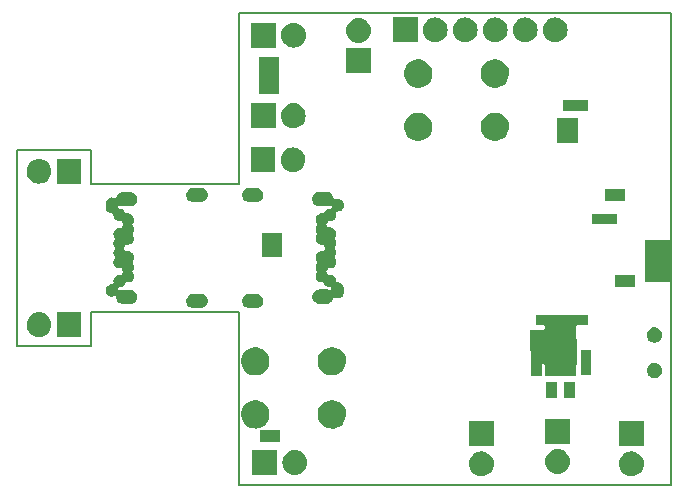
<source format=gbr>
%TF.GenerationSoftware,KiCad,Pcbnew,4.0.7*%
%TF.CreationDate,2019-04-11T13:09:23-05:00*%
%TF.ProjectId,GolfGloveMainBoardV1.0.0,476F6C66476C6F76654D61696E426F61,rev?*%
%TF.FileFunction,Soldermask,Bot*%
%FSLAX46Y46*%
G04 Gerber Fmt 4.6, Leading zero omitted, Abs format (unit mm)*
G04 Created by KiCad (PCBNEW 4.0.7) date 04/11/19 13:09:23*
%MOMM*%
%LPD*%
G01*
G04 APERTURE LIST*
%ADD10C,0.100000*%
%ADD11C,0.150000*%
G04 APERTURE END LIST*
D10*
D11*
X148925000Y-151345000D02*
X148925000Y-151355000D01*
X112365000Y-151345000D02*
X148925000Y-151345000D01*
X112365000Y-136675000D02*
X112365000Y-151345000D01*
X99805000Y-136675000D02*
X112365000Y-136675000D01*
X99805000Y-139585000D02*
X99805000Y-136675000D01*
X93605000Y-139585000D02*
X99805000Y-139585000D01*
X93605000Y-122935000D02*
X93605000Y-139585000D01*
X99805000Y-122935000D02*
X93605000Y-122935000D01*
X99805000Y-125835000D02*
X99805000Y-122935000D01*
X112375000Y-125835000D02*
X99805000Y-125835000D01*
X112375000Y-111355000D02*
X112375000Y-125835000D01*
X148925000Y-111355000D02*
X112375000Y-111355000D01*
X148925000Y-151345000D02*
X148925000Y-111355000D01*
D10*
G36*
X145614666Y-148490066D02*
X145614673Y-148490067D01*
X145619741Y-148490102D01*
X145823388Y-148512945D01*
X146018720Y-148574908D01*
X146198296Y-148673631D01*
X146355277Y-148805353D01*
X146483684Y-148965059D01*
X146578624Y-149146663D01*
X146636483Y-149343250D01*
X146636491Y-149343334D01*
X146636498Y-149343359D01*
X146655060Y-149547330D01*
X146633652Y-149751009D01*
X146633646Y-149751029D01*
X146633635Y-149751132D01*
X146573037Y-149946891D01*
X146475570Y-150127153D01*
X146344947Y-150285049D01*
X146186142Y-150414567D01*
X146005205Y-150510773D01*
X145809027Y-150570003D01*
X145605081Y-150590000D01*
X145594763Y-150590000D01*
X145585334Y-150589934D01*
X145585327Y-150589933D01*
X145580259Y-150589898D01*
X145376612Y-150567055D01*
X145181280Y-150505092D01*
X145001704Y-150406369D01*
X144844723Y-150274647D01*
X144716316Y-150114941D01*
X144621376Y-149933337D01*
X144563517Y-149736750D01*
X144563509Y-149736666D01*
X144563502Y-149736641D01*
X144544940Y-149532670D01*
X144566348Y-149328991D01*
X144566354Y-149328971D01*
X144566365Y-149328868D01*
X144626963Y-149133109D01*
X144724430Y-148952847D01*
X144855053Y-148794951D01*
X145013858Y-148665433D01*
X145194795Y-148569227D01*
X145390973Y-148509997D01*
X145594919Y-148490000D01*
X145605237Y-148490000D01*
X145614666Y-148490066D01*
X145614666Y-148490066D01*
G37*
G36*
X132914666Y-148490066D02*
X132914673Y-148490067D01*
X132919741Y-148490102D01*
X133123388Y-148512945D01*
X133318720Y-148574908D01*
X133498296Y-148673631D01*
X133655277Y-148805353D01*
X133783684Y-148965059D01*
X133878624Y-149146663D01*
X133936483Y-149343250D01*
X133936491Y-149343334D01*
X133936498Y-149343359D01*
X133955060Y-149547330D01*
X133933652Y-149751009D01*
X133933646Y-149751029D01*
X133933635Y-149751132D01*
X133873037Y-149946891D01*
X133775570Y-150127153D01*
X133644947Y-150285049D01*
X133486142Y-150414567D01*
X133305205Y-150510773D01*
X133109027Y-150570003D01*
X132905081Y-150590000D01*
X132894763Y-150590000D01*
X132885334Y-150589934D01*
X132885327Y-150589933D01*
X132880259Y-150589898D01*
X132676612Y-150567055D01*
X132481280Y-150505092D01*
X132301704Y-150406369D01*
X132144723Y-150274647D01*
X132016316Y-150114941D01*
X131921376Y-149933337D01*
X131863517Y-149736750D01*
X131863509Y-149736666D01*
X131863502Y-149736641D01*
X131844940Y-149532670D01*
X131866348Y-149328991D01*
X131866354Y-149328971D01*
X131866365Y-149328868D01*
X131926963Y-149133109D01*
X132024430Y-148952847D01*
X132155053Y-148794951D01*
X132313858Y-148665433D01*
X132494795Y-148569227D01*
X132690973Y-148509997D01*
X132894919Y-148490000D01*
X132905237Y-148490000D01*
X132914666Y-148490066D01*
X132914666Y-148490066D01*
G37*
G36*
X117306009Y-148401348D02*
X117306029Y-148401354D01*
X117306132Y-148401365D01*
X117501891Y-148461963D01*
X117682153Y-148559430D01*
X117840049Y-148690053D01*
X117969567Y-148848858D01*
X118065773Y-149029795D01*
X118125003Y-149225973D01*
X118145000Y-149429919D01*
X118145000Y-149440237D01*
X118144934Y-149449666D01*
X118144933Y-149449673D01*
X118144898Y-149454741D01*
X118122055Y-149658388D01*
X118060092Y-149853720D01*
X117961369Y-150033296D01*
X117829647Y-150190277D01*
X117669941Y-150318684D01*
X117488337Y-150413624D01*
X117291750Y-150471483D01*
X117291666Y-150471491D01*
X117291641Y-150471498D01*
X117087670Y-150490060D01*
X116883991Y-150468652D01*
X116883971Y-150468646D01*
X116883868Y-150468635D01*
X116688109Y-150408037D01*
X116507847Y-150310570D01*
X116349951Y-150179947D01*
X116220433Y-150021142D01*
X116124227Y-149840205D01*
X116064997Y-149644027D01*
X116045000Y-149440081D01*
X116045000Y-149429763D01*
X116045066Y-149420334D01*
X116045067Y-149420327D01*
X116045102Y-149415259D01*
X116067945Y-149211612D01*
X116129908Y-149016280D01*
X116228631Y-148836704D01*
X116360353Y-148679723D01*
X116520059Y-148551316D01*
X116701663Y-148456376D01*
X116898250Y-148398517D01*
X116898334Y-148398509D01*
X116898359Y-148398502D01*
X117102330Y-148379940D01*
X117306009Y-148401348D01*
X117306009Y-148401348D01*
G37*
G36*
X115605000Y-150485000D02*
X113505000Y-150485000D01*
X113505000Y-148385000D01*
X115605000Y-148385000D01*
X115605000Y-150485000D01*
X115605000Y-150485000D01*
G37*
G36*
X139364666Y-148290066D02*
X139364673Y-148290067D01*
X139369741Y-148290102D01*
X139573388Y-148312945D01*
X139768720Y-148374908D01*
X139948296Y-148473631D01*
X140105277Y-148605353D01*
X140233684Y-148765059D01*
X140328624Y-148946663D01*
X140386483Y-149143250D01*
X140386491Y-149143334D01*
X140386498Y-149143359D01*
X140405060Y-149347330D01*
X140383652Y-149551009D01*
X140383646Y-149551029D01*
X140383635Y-149551132D01*
X140323037Y-149746891D01*
X140225570Y-149927153D01*
X140094947Y-150085049D01*
X139936142Y-150214567D01*
X139755205Y-150310773D01*
X139559027Y-150370003D01*
X139355081Y-150390000D01*
X139344763Y-150390000D01*
X139335334Y-150389934D01*
X139335327Y-150389933D01*
X139330259Y-150389898D01*
X139126612Y-150367055D01*
X138931280Y-150305092D01*
X138751704Y-150206369D01*
X138594723Y-150074647D01*
X138466316Y-149914941D01*
X138371376Y-149733337D01*
X138313517Y-149536750D01*
X138313509Y-149536666D01*
X138313502Y-149536641D01*
X138294940Y-149332670D01*
X138316348Y-149128991D01*
X138316354Y-149128971D01*
X138316365Y-149128868D01*
X138376963Y-148933109D01*
X138474430Y-148752847D01*
X138605053Y-148594951D01*
X138763858Y-148465433D01*
X138944795Y-148369227D01*
X139140973Y-148309997D01*
X139344919Y-148290000D01*
X139355237Y-148290000D01*
X139364666Y-148290066D01*
X139364666Y-148290066D01*
G37*
G36*
X133950000Y-148050000D02*
X131850000Y-148050000D01*
X131850000Y-145950000D01*
X133950000Y-145950000D01*
X133950000Y-148050000D01*
X133950000Y-148050000D01*
G37*
G36*
X146650000Y-148050000D02*
X144550000Y-148050000D01*
X144550000Y-145950000D01*
X146650000Y-145950000D01*
X146650000Y-148050000D01*
X146650000Y-148050000D01*
G37*
G36*
X140400000Y-147850000D02*
X138300000Y-147850000D01*
X138300000Y-145750000D01*
X140400000Y-145750000D01*
X140400000Y-147850000D01*
X140400000Y-147850000D01*
G37*
G36*
X114155923Y-146698912D02*
X114188694Y-146711691D01*
X114217267Y-146715000D01*
X115855000Y-146715000D01*
X115855000Y-147715000D01*
X114155000Y-147715000D01*
X114155000Y-146698204D01*
X114155923Y-146698912D01*
X114155923Y-146698912D01*
G37*
G36*
X120376041Y-144150794D02*
X120606569Y-144198115D01*
X120823512Y-144289309D01*
X121018616Y-144420908D01*
X121184437Y-144587890D01*
X121314669Y-144783906D01*
X121404348Y-145001484D01*
X121449886Y-145231465D01*
X121449886Y-145231498D01*
X121450051Y-145232334D01*
X121446298Y-145501128D01*
X121446107Y-145501967D01*
X121446107Y-145501988D01*
X121394165Y-145730616D01*
X121298447Y-145945601D01*
X121162795Y-146137901D01*
X120992372Y-146300191D01*
X120793673Y-146426290D01*
X120574265Y-146511393D01*
X120342511Y-146552257D01*
X120107225Y-146547329D01*
X119877383Y-146496795D01*
X119661735Y-146402580D01*
X119468487Y-146268269D01*
X119305016Y-146098991D01*
X119177530Y-145901171D01*
X119090899Y-145682366D01*
X119048417Y-145450903D01*
X119051703Y-145215586D01*
X119100630Y-144985402D01*
X119193340Y-144769095D01*
X119326294Y-144574920D01*
X119494433Y-144410266D01*
X119691353Y-144281406D01*
X119909549Y-144193248D01*
X120140714Y-144149152D01*
X120376041Y-144150794D01*
X120376041Y-144150794D01*
G37*
G36*
X113876041Y-144150794D02*
X114106569Y-144198115D01*
X114323512Y-144289309D01*
X114518616Y-144420908D01*
X114684437Y-144587890D01*
X114814669Y-144783906D01*
X114904348Y-145001484D01*
X114949886Y-145231465D01*
X114949886Y-145231498D01*
X114950051Y-145232334D01*
X114946298Y-145501128D01*
X114946107Y-145501967D01*
X114946107Y-145501988D01*
X114894165Y-145730616D01*
X114798447Y-145945601D01*
X114662795Y-146137901D01*
X114492372Y-146300191D01*
X114293673Y-146426290D01*
X114172064Y-146473459D01*
X114141386Y-146490667D01*
X114116717Y-146515739D01*
X114101061Y-146544743D01*
X114083410Y-146533111D01*
X114049810Y-146522706D01*
X114008294Y-146523025D01*
X113842511Y-146552257D01*
X113607225Y-146547329D01*
X113377383Y-146496795D01*
X113161735Y-146402580D01*
X112968487Y-146268269D01*
X112805016Y-146098991D01*
X112677530Y-145901171D01*
X112590899Y-145682366D01*
X112548417Y-145450903D01*
X112551703Y-145215586D01*
X112600630Y-144985402D01*
X112693340Y-144769095D01*
X112826294Y-144574920D01*
X112994433Y-144410266D01*
X113191353Y-144281406D01*
X113409549Y-144193248D01*
X113640714Y-144149152D01*
X113876041Y-144150794D01*
X113876041Y-144150794D01*
G37*
G36*
X140795000Y-143935000D02*
X139895000Y-143935000D01*
X139895000Y-142635000D01*
X140795000Y-142635000D01*
X140795000Y-143935000D01*
X140795000Y-143935000D01*
G37*
G36*
X139295000Y-143935000D02*
X138395000Y-143935000D01*
X138395000Y-142635000D01*
X139295000Y-142635000D01*
X139295000Y-143935000D01*
X139295000Y-143935000D01*
G37*
G36*
X147623273Y-140975427D02*
X147748141Y-141001059D01*
X147865654Y-141050458D01*
X147971337Y-141121741D01*
X148061154Y-141212188D01*
X148131697Y-141318363D01*
X148180273Y-141436217D01*
X148204862Y-141560400D01*
X148204862Y-141560424D01*
X148205028Y-141561264D01*
X148202995Y-141706861D01*
X148202804Y-141707700D01*
X148202804Y-141707721D01*
X148174758Y-141831169D01*
X148122911Y-141947618D01*
X148049433Y-142051781D01*
X147957120Y-142139688D01*
X147849487Y-142207995D01*
X147730647Y-142254090D01*
X147605111Y-142276225D01*
X147477662Y-142273556D01*
X147353163Y-142246182D01*
X147236357Y-142195151D01*
X147131678Y-142122397D01*
X147043133Y-142030707D01*
X146974077Y-141923552D01*
X146927150Y-141805031D01*
X146904140Y-141679657D01*
X146905920Y-141552191D01*
X146932423Y-141427507D01*
X146982639Y-141310343D01*
X147054657Y-141205163D01*
X147145734Y-141115975D01*
X147252397Y-141046176D01*
X147370589Y-140998424D01*
X147495804Y-140974538D01*
X147623273Y-140975427D01*
X147623273Y-140975427D01*
G37*
G36*
X141920000Y-137810000D02*
X141063000Y-137810000D01*
X141028176Y-137814949D01*
X140996109Y-137829404D01*
X140969339Y-137852220D01*
X140949985Y-137881590D01*
X140939580Y-137915190D01*
X140938000Y-137935000D01*
X140938000Y-138909500D01*
X140942949Y-138944324D01*
X140957404Y-138976391D01*
X140980220Y-139003161D01*
X140988800Y-139008815D01*
X140988800Y-141111133D01*
X140969339Y-141127720D01*
X140949985Y-141157090D01*
X140939580Y-141190690D01*
X140938000Y-141210500D01*
X140938000Y-142139600D01*
X138252000Y-142139600D01*
X138252000Y-141210500D01*
X138247051Y-141175676D01*
X138232596Y-141143609D01*
X138209780Y-141116839D01*
X138180410Y-141097485D01*
X138146810Y-141087080D01*
X138127000Y-141085500D01*
X138120000Y-141085500D01*
X138085176Y-141090449D01*
X138053109Y-141104904D01*
X138026339Y-141127720D01*
X138006985Y-141157090D01*
X137996580Y-141190690D01*
X137995000Y-141210500D01*
X137995000Y-142110000D01*
X137095000Y-142110000D01*
X137095000Y-140060000D01*
X137090051Y-140025176D01*
X137075596Y-139993109D01*
X137052780Y-139966339D01*
X137023410Y-139946985D01*
X137020000Y-139945929D01*
X137020000Y-138235000D01*
X138127000Y-138235000D01*
X138161824Y-138230051D01*
X138193891Y-138215596D01*
X138220661Y-138192780D01*
X138240015Y-138163410D01*
X138250420Y-138129810D01*
X138252000Y-138110000D01*
X138252000Y-137935000D01*
X138247051Y-137900176D01*
X138232596Y-137868109D01*
X138209780Y-137841339D01*
X138180410Y-137821985D01*
X138146810Y-137811580D01*
X138127000Y-137810000D01*
X137495000Y-137810000D01*
X137495000Y-136910000D01*
X141920000Y-136910000D01*
X141920000Y-137810000D01*
X141920000Y-137810000D01*
G37*
G36*
X113876041Y-139650794D02*
X114106569Y-139698115D01*
X114323512Y-139789309D01*
X114518616Y-139920908D01*
X114684437Y-140087890D01*
X114814669Y-140283906D01*
X114904348Y-140501484D01*
X114949886Y-140731465D01*
X114949886Y-140731498D01*
X114950051Y-140732334D01*
X114946298Y-141001128D01*
X114946107Y-141001967D01*
X114946107Y-141001988D01*
X114894165Y-141230616D01*
X114798447Y-141445601D01*
X114662795Y-141637901D01*
X114492372Y-141800191D01*
X114293673Y-141926290D01*
X114074265Y-142011393D01*
X113842511Y-142052257D01*
X113607225Y-142047329D01*
X113377383Y-141996795D01*
X113161735Y-141902580D01*
X112968487Y-141768269D01*
X112805016Y-141598991D01*
X112677530Y-141401171D01*
X112590899Y-141182366D01*
X112548417Y-140950903D01*
X112551703Y-140715586D01*
X112600630Y-140485402D01*
X112693340Y-140269095D01*
X112826294Y-140074920D01*
X112994433Y-139910266D01*
X113191353Y-139781406D01*
X113409549Y-139693248D01*
X113640714Y-139649152D01*
X113876041Y-139650794D01*
X113876041Y-139650794D01*
G37*
G36*
X120376041Y-139650794D02*
X120606569Y-139698115D01*
X120823512Y-139789309D01*
X121018616Y-139920908D01*
X121184437Y-140087890D01*
X121314669Y-140283906D01*
X121404348Y-140501484D01*
X121449886Y-140731465D01*
X121449886Y-140731498D01*
X121450051Y-140732334D01*
X121446298Y-141001128D01*
X121446107Y-141001967D01*
X121446107Y-141001988D01*
X121394165Y-141230616D01*
X121298447Y-141445601D01*
X121162795Y-141637901D01*
X120992372Y-141800191D01*
X120793673Y-141926290D01*
X120574265Y-142011393D01*
X120342511Y-142052257D01*
X120107225Y-142047329D01*
X119877383Y-141996795D01*
X119661735Y-141902580D01*
X119468487Y-141768269D01*
X119305016Y-141598991D01*
X119177530Y-141401171D01*
X119090899Y-141182366D01*
X119048417Y-140950903D01*
X119051703Y-140715586D01*
X119100630Y-140485402D01*
X119193340Y-140269095D01*
X119326294Y-140074920D01*
X119494433Y-139910266D01*
X119691353Y-139781406D01*
X119909549Y-139693248D01*
X120140714Y-139649152D01*
X120376041Y-139650794D01*
X120376041Y-139650794D01*
G37*
G36*
X142195000Y-142035000D02*
X141295000Y-142035000D01*
X141295000Y-139935000D01*
X142195000Y-139935000D01*
X142195000Y-142035000D01*
X142195000Y-142035000D01*
G37*
G36*
X147623273Y-137975427D02*
X147748141Y-138001059D01*
X147865654Y-138050458D01*
X147971337Y-138121741D01*
X148061154Y-138212188D01*
X148131697Y-138318363D01*
X148180273Y-138436217D01*
X148204862Y-138560400D01*
X148204862Y-138560424D01*
X148205028Y-138561264D01*
X148202995Y-138706861D01*
X148202804Y-138707700D01*
X148202804Y-138707721D01*
X148174758Y-138831169D01*
X148122911Y-138947618D01*
X148049433Y-139051781D01*
X147957120Y-139139688D01*
X147849487Y-139207995D01*
X147730647Y-139254090D01*
X147605111Y-139276225D01*
X147477662Y-139273556D01*
X147353163Y-139246182D01*
X147236357Y-139195151D01*
X147131678Y-139122397D01*
X147043133Y-139030707D01*
X146974077Y-138923552D01*
X146927150Y-138805031D01*
X146904140Y-138679657D01*
X146905920Y-138552191D01*
X146932423Y-138427507D01*
X146982639Y-138310343D01*
X147054657Y-138205163D01*
X147145734Y-138115975D01*
X147252397Y-138046176D01*
X147370589Y-137998424D01*
X147495804Y-137974538D01*
X147623273Y-137975427D01*
X147623273Y-137975427D01*
G37*
G36*
X95651009Y-136726348D02*
X95651029Y-136726354D01*
X95651132Y-136726365D01*
X95846891Y-136786963D01*
X96027153Y-136884430D01*
X96185049Y-137015053D01*
X96314567Y-137173858D01*
X96410773Y-137354795D01*
X96470003Y-137550973D01*
X96490000Y-137754919D01*
X96490000Y-137765237D01*
X96489934Y-137774666D01*
X96489933Y-137774673D01*
X96489898Y-137779741D01*
X96467055Y-137983388D01*
X96405092Y-138178720D01*
X96306369Y-138358296D01*
X96174647Y-138515277D01*
X96014941Y-138643684D01*
X95833337Y-138738624D01*
X95636750Y-138796483D01*
X95636666Y-138796491D01*
X95636641Y-138796498D01*
X95432670Y-138815060D01*
X95228991Y-138793652D01*
X95228971Y-138793646D01*
X95228868Y-138793635D01*
X95033109Y-138733037D01*
X94852847Y-138635570D01*
X94694951Y-138504947D01*
X94565433Y-138346142D01*
X94469227Y-138165205D01*
X94409997Y-137969027D01*
X94390000Y-137765081D01*
X94390000Y-137754763D01*
X94390066Y-137745334D01*
X94390067Y-137745327D01*
X94390102Y-137740259D01*
X94412945Y-137536612D01*
X94474908Y-137341280D01*
X94573631Y-137161704D01*
X94705353Y-137004723D01*
X94865059Y-136876316D01*
X95046663Y-136781376D01*
X95243250Y-136723517D01*
X95243334Y-136723509D01*
X95243359Y-136723502D01*
X95447330Y-136704940D01*
X95651009Y-136726348D01*
X95651009Y-136726348D01*
G37*
G36*
X99030000Y-138810000D02*
X96930000Y-138810000D01*
X96930000Y-136710000D01*
X99030000Y-136710000D01*
X99030000Y-138810000D01*
X99030000Y-138810000D01*
G37*
G36*
X109127659Y-135150022D02*
X109127667Y-135150023D01*
X109132732Y-135150058D01*
X109249102Y-135163111D01*
X109360720Y-135198519D01*
X109463335Y-135254932D01*
X109553039Y-135330202D01*
X109626414Y-135421462D01*
X109680665Y-135525236D01*
X109713727Y-135637571D01*
X109713734Y-135637652D01*
X109713743Y-135637681D01*
X109724346Y-135754188D01*
X109712118Y-135870525D01*
X109712110Y-135870550D01*
X109712100Y-135870647D01*
X109677473Y-135982509D01*
X109621778Y-136085516D01*
X109547136Y-136175742D01*
X109456390Y-136249753D01*
X109352997Y-136304728D01*
X109240896Y-136338573D01*
X109124355Y-136350000D01*
X108515489Y-136350000D01*
X108512341Y-136349978D01*
X108512333Y-136349977D01*
X108507268Y-136349942D01*
X108390898Y-136336889D01*
X108279280Y-136301481D01*
X108176665Y-136245068D01*
X108086961Y-136169798D01*
X108013586Y-136078538D01*
X107959335Y-135974764D01*
X107926273Y-135862429D01*
X107926266Y-135862348D01*
X107926257Y-135862319D01*
X107915654Y-135745812D01*
X107927882Y-135629475D01*
X107927890Y-135629450D01*
X107927900Y-135629353D01*
X107962527Y-135517491D01*
X108018222Y-135414484D01*
X108092864Y-135324258D01*
X108183610Y-135250247D01*
X108287003Y-135195272D01*
X108399104Y-135161427D01*
X108515645Y-135150000D01*
X109124511Y-135150000D01*
X109127659Y-135150022D01*
X109127659Y-135150022D01*
G37*
G36*
X113842659Y-135140022D02*
X113842667Y-135140023D01*
X113847732Y-135140058D01*
X113964102Y-135153111D01*
X114075720Y-135188519D01*
X114178335Y-135244932D01*
X114268039Y-135320202D01*
X114341414Y-135411462D01*
X114395665Y-135515236D01*
X114428727Y-135627571D01*
X114428734Y-135627652D01*
X114428743Y-135627681D01*
X114439346Y-135744188D01*
X114427118Y-135860525D01*
X114427110Y-135860550D01*
X114427100Y-135860647D01*
X114392473Y-135972509D01*
X114336778Y-136075516D01*
X114262136Y-136165742D01*
X114171390Y-136239753D01*
X114067997Y-136294728D01*
X113955896Y-136328573D01*
X113839355Y-136340000D01*
X113230489Y-136340000D01*
X113227341Y-136339978D01*
X113227333Y-136339977D01*
X113222268Y-136339942D01*
X113105898Y-136326889D01*
X112994280Y-136291481D01*
X112891665Y-136235068D01*
X112801961Y-136159798D01*
X112728586Y-136068538D01*
X112674335Y-135964764D01*
X112641273Y-135852429D01*
X112641266Y-135852348D01*
X112641257Y-135852319D01*
X112630654Y-135735812D01*
X112642882Y-135619475D01*
X112642890Y-135619450D01*
X112642900Y-135619353D01*
X112677527Y-135507491D01*
X112733222Y-135404484D01*
X112807864Y-135314258D01*
X112898610Y-135240247D01*
X113002003Y-135185272D01*
X113114104Y-135151427D01*
X113230645Y-135140000D01*
X113839511Y-135140000D01*
X113842659Y-135140022D01*
X113842659Y-135140022D01*
G37*
G36*
X103177659Y-126530022D02*
X103177667Y-126530023D01*
X103182732Y-126530058D01*
X103299102Y-126543111D01*
X103410720Y-126578519D01*
X103513335Y-126634932D01*
X103603039Y-126710202D01*
X103676414Y-126801462D01*
X103730665Y-126905236D01*
X103763727Y-127017571D01*
X103763734Y-127017652D01*
X103763743Y-127017681D01*
X103774346Y-127134188D01*
X103762118Y-127250525D01*
X103762110Y-127250550D01*
X103762100Y-127250647D01*
X103727473Y-127362509D01*
X103671778Y-127465516D01*
X103597136Y-127555742D01*
X103506390Y-127629753D01*
X103402997Y-127684728D01*
X103290896Y-127718573D01*
X103174355Y-127730000D01*
X102565489Y-127730000D01*
X102562341Y-127729978D01*
X102562333Y-127729977D01*
X102557268Y-127729942D01*
X102501119Y-127723644D01*
X102469721Y-127724569D01*
X102436243Y-127735360D01*
X102426659Y-127741834D01*
X102420557Y-127731647D01*
X102394792Y-127707702D01*
X102363704Y-127692401D01*
X102329280Y-127681481D01*
X102327415Y-127680456D01*
X102325231Y-127679763D01*
X102297316Y-127669209D01*
X102262252Y-127666428D01*
X102227801Y-127673526D01*
X102196692Y-127689941D01*
X102171388Y-127714373D01*
X102153892Y-127744886D01*
X102145000Y-127791188D01*
X102145000Y-127809956D01*
X102149949Y-127844780D01*
X102164404Y-127876847D01*
X102187220Y-127903617D01*
X102216590Y-127922971D01*
X102250190Y-127933376D01*
X102269127Y-127934953D01*
X102322555Y-127935326D01*
X102357413Y-127930620D01*
X102387426Y-127917343D01*
X102409248Y-127942360D01*
X102442508Y-127962987D01*
X102520913Y-127995945D01*
X102606272Y-128053521D01*
X102678818Y-128126574D01*
X102735795Y-128212331D01*
X102757263Y-128264419D01*
X102775109Y-128294730D01*
X102800692Y-128318870D01*
X102831988Y-128334926D01*
X102866518Y-128341627D01*
X102896256Y-128339573D01*
X102922190Y-128334626D01*
X103025143Y-128335344D01*
X103126000Y-128356048D01*
X103220913Y-128395945D01*
X103306272Y-128453521D01*
X103378818Y-128526574D01*
X103435797Y-128612334D01*
X103475029Y-128707521D01*
X103494857Y-128807654D01*
X103494857Y-128807685D01*
X103495022Y-128808521D01*
X103493380Y-128926118D01*
X103493190Y-128926953D01*
X103493190Y-128926979D01*
X103470576Y-129026519D01*
X103428697Y-129120578D01*
X103381866Y-129186966D01*
X103365836Y-129218275D01*
X103359163Y-129252810D01*
X103362376Y-129287837D01*
X103379894Y-129328194D01*
X103435796Y-129412334D01*
X103475029Y-129507521D01*
X103494857Y-129607654D01*
X103494857Y-129607685D01*
X103495022Y-129608521D01*
X103493380Y-129726118D01*
X103493190Y-129726953D01*
X103493190Y-129726979D01*
X103470576Y-129826519D01*
X103428697Y-129920578D01*
X103381866Y-129986966D01*
X103365836Y-130018275D01*
X103359163Y-130052810D01*
X103362376Y-130087837D01*
X103379894Y-130128194D01*
X103435796Y-130212334D01*
X103475029Y-130307521D01*
X103494857Y-130407654D01*
X103494857Y-130407685D01*
X103495022Y-130408521D01*
X103493380Y-130526118D01*
X103493190Y-130526953D01*
X103493190Y-130526979D01*
X103470576Y-130626519D01*
X103428697Y-130720578D01*
X103369351Y-130804708D01*
X103294788Y-130875712D01*
X103207857Y-130930881D01*
X103111870Y-130968112D01*
X103010475Y-130985990D01*
X102907533Y-130983834D01*
X102899666Y-130982104D01*
X102864592Y-130979459D01*
X102830169Y-130986691D01*
X102799124Y-131003227D01*
X102773915Y-131027756D01*
X102758632Y-131053345D01*
X102728697Y-131120578D01*
X102681866Y-131186966D01*
X102665836Y-131218275D01*
X102659163Y-131252810D01*
X102662376Y-131287837D01*
X102679894Y-131328194D01*
X102735795Y-131412331D01*
X102757263Y-131464419D01*
X102775109Y-131494730D01*
X102800692Y-131518870D01*
X102831988Y-131534926D01*
X102866518Y-131541627D01*
X102896256Y-131539573D01*
X102922190Y-131534626D01*
X103025143Y-131535344D01*
X103126000Y-131556048D01*
X103220913Y-131595945D01*
X103306272Y-131653521D01*
X103378818Y-131726574D01*
X103435797Y-131812334D01*
X103475029Y-131907521D01*
X103494857Y-132007654D01*
X103494857Y-132007685D01*
X103495022Y-132008521D01*
X103493380Y-132126118D01*
X103493190Y-132126953D01*
X103493190Y-132126979D01*
X103470576Y-132226519D01*
X103428697Y-132320578D01*
X103381866Y-132386966D01*
X103365836Y-132418275D01*
X103359163Y-132452810D01*
X103362376Y-132487837D01*
X103379894Y-132528194D01*
X103435796Y-132612334D01*
X103475029Y-132707521D01*
X103494857Y-132807654D01*
X103494857Y-132807685D01*
X103495022Y-132808521D01*
X103493380Y-132926118D01*
X103493190Y-132926953D01*
X103493190Y-132926979D01*
X103470576Y-133026519D01*
X103428697Y-133120578D01*
X103381866Y-133186966D01*
X103365836Y-133218275D01*
X103359163Y-133252810D01*
X103362376Y-133287837D01*
X103379894Y-133328194D01*
X103435796Y-133412334D01*
X103475029Y-133507521D01*
X103494857Y-133607654D01*
X103494857Y-133607685D01*
X103495022Y-133608521D01*
X103493380Y-133726118D01*
X103493190Y-133726953D01*
X103493190Y-133726979D01*
X103470576Y-133826519D01*
X103428697Y-133920578D01*
X103369351Y-134004708D01*
X103294788Y-134075712D01*
X103207857Y-134130881D01*
X103111870Y-134168112D01*
X103010475Y-134185990D01*
X102907533Y-134183834D01*
X102899666Y-134182104D01*
X102864592Y-134179459D01*
X102830169Y-134186691D01*
X102799124Y-134203227D01*
X102773915Y-134227756D01*
X102758632Y-134253345D01*
X102728697Y-134320578D01*
X102669351Y-134404708D01*
X102594788Y-134475712D01*
X102507858Y-134530880D01*
X102443148Y-134555980D01*
X102412470Y-134573187D01*
X102387801Y-134598260D01*
X102383691Y-134605874D01*
X102354898Y-134592016D01*
X102319693Y-134586183D01*
X102255528Y-134584839D01*
X102220608Y-134589058D01*
X102188245Y-134602838D01*
X102161003Y-134625088D01*
X102141038Y-134654047D01*
X102129932Y-134687422D01*
X102130290Y-134734090D01*
X102135477Y-134760288D01*
X102147096Y-134793488D01*
X102167503Y-134822136D01*
X102195084Y-134843965D01*
X102227654Y-134857246D01*
X102262635Y-134860928D01*
X102297257Y-134854718D01*
X102313397Y-134847824D01*
X102337003Y-134835272D01*
X102355921Y-134829560D01*
X102385113Y-134816017D01*
X102411633Y-134792911D01*
X102421658Y-134777330D01*
X102427009Y-134781433D01*
X102459780Y-134794211D01*
X102497267Y-134796705D01*
X102565645Y-134790000D01*
X103174511Y-134790000D01*
X103177659Y-134790022D01*
X103177667Y-134790023D01*
X103182732Y-134790058D01*
X103299102Y-134803111D01*
X103410720Y-134838519D01*
X103513335Y-134894932D01*
X103603039Y-134970202D01*
X103676414Y-135061462D01*
X103730665Y-135165236D01*
X103763727Y-135277571D01*
X103763734Y-135277652D01*
X103763743Y-135277681D01*
X103774346Y-135394188D01*
X103762118Y-135510525D01*
X103762110Y-135510550D01*
X103762100Y-135510647D01*
X103727473Y-135622509D01*
X103671778Y-135725516D01*
X103597136Y-135815742D01*
X103506390Y-135889753D01*
X103402997Y-135944728D01*
X103290896Y-135978573D01*
X103174355Y-135990000D01*
X102565489Y-135990000D01*
X102562341Y-135989978D01*
X102562333Y-135989977D01*
X102557268Y-135989942D01*
X102440898Y-135976889D01*
X102329280Y-135941481D01*
X102226665Y-135885068D01*
X102136961Y-135809798D01*
X102063586Y-135718538D01*
X102009335Y-135614764D01*
X101976273Y-135502429D01*
X101976266Y-135502348D01*
X101976257Y-135502319D01*
X101972185Y-135457566D01*
X101964100Y-135423334D01*
X101946799Y-135392709D01*
X101921651Y-135368116D01*
X101890647Y-135351504D01*
X101856243Y-135344186D01*
X101821162Y-135346743D01*
X101802496Y-135352354D01*
X101761870Y-135368112D01*
X101660475Y-135385990D01*
X101557533Y-135383834D01*
X101456979Y-135361726D01*
X101362630Y-135320506D01*
X101278088Y-135261747D01*
X101206569Y-135187688D01*
X101150791Y-135101137D01*
X101112890Y-135005411D01*
X101094305Y-134904147D01*
X101095742Y-134801192D01*
X101117147Y-134700490D01*
X101157710Y-134605849D01*
X101215874Y-134520902D01*
X101289437Y-134448864D01*
X101375591Y-134392488D01*
X101471052Y-134353918D01*
X101572188Y-134334626D01*
X101635786Y-134335070D01*
X101670644Y-134330365D01*
X101702810Y-134316134D01*
X101729739Y-134293506D01*
X101749298Y-134264271D01*
X101759938Y-134230745D01*
X101759605Y-134187508D01*
X101744305Y-134104147D01*
X101745742Y-134001192D01*
X101767147Y-133900490D01*
X101807710Y-133805849D01*
X101865874Y-133720902D01*
X101939437Y-133648864D01*
X102025591Y-133592488D01*
X102121052Y-133553918D01*
X102222188Y-133534626D01*
X102325141Y-133535344D01*
X102342067Y-133538819D01*
X102377175Y-133540974D01*
X102411493Y-133533262D01*
X102442305Y-133516296D01*
X102467169Y-133491417D01*
X102482095Y-133465614D01*
X102507708Y-133405853D01*
X102558386Y-133331840D01*
X102573977Y-133300310D01*
X102580167Y-133265685D01*
X102576466Y-133230706D01*
X102560318Y-133193505D01*
X102500791Y-133101138D01*
X102483286Y-133056925D01*
X102465865Y-133026368D01*
X102440620Y-133001874D01*
X102409552Y-132985383D01*
X102375119Y-132978201D01*
X102345359Y-132979840D01*
X102310477Y-132985990D01*
X102207533Y-132983834D01*
X102106979Y-132961726D01*
X102012630Y-132920506D01*
X101928088Y-132861747D01*
X101856569Y-132787688D01*
X101800791Y-132701137D01*
X101762890Y-132605411D01*
X101744305Y-132504147D01*
X101745742Y-132401192D01*
X101767147Y-132300490D01*
X101807709Y-132205852D01*
X101858386Y-132131840D01*
X101873977Y-132100310D01*
X101880167Y-132065685D01*
X101876466Y-132030706D01*
X101860318Y-131993505D01*
X101800791Y-131901137D01*
X101762890Y-131805411D01*
X101744305Y-131704147D01*
X101745742Y-131601192D01*
X101767147Y-131500490D01*
X101807709Y-131405852D01*
X101858386Y-131331840D01*
X101873977Y-131300310D01*
X101880167Y-131265685D01*
X101876466Y-131230706D01*
X101860318Y-131193505D01*
X101800791Y-131101137D01*
X101762890Y-131005411D01*
X101744305Y-130904147D01*
X101745742Y-130801192D01*
X101767147Y-130700490D01*
X101807709Y-130605852D01*
X101858386Y-130531840D01*
X101873977Y-130500310D01*
X101880167Y-130465685D01*
X101876466Y-130430706D01*
X101860318Y-130393505D01*
X101800791Y-130301137D01*
X101762890Y-130205411D01*
X101744305Y-130104147D01*
X101745742Y-130001192D01*
X101767147Y-129900490D01*
X101807710Y-129805849D01*
X101865874Y-129720902D01*
X101939437Y-129648864D01*
X102025591Y-129592488D01*
X102121052Y-129553918D01*
X102222188Y-129534626D01*
X102325141Y-129535344D01*
X102342067Y-129538819D01*
X102377175Y-129540974D01*
X102411493Y-129533262D01*
X102442305Y-129516296D01*
X102467169Y-129491417D01*
X102482095Y-129465614D01*
X102507708Y-129405853D01*
X102558386Y-129331840D01*
X102573977Y-129300310D01*
X102580167Y-129265685D01*
X102576466Y-129230706D01*
X102560318Y-129193505D01*
X102500791Y-129101138D01*
X102483286Y-129056925D01*
X102465865Y-129026368D01*
X102440620Y-129001874D01*
X102409552Y-128985383D01*
X102375119Y-128978201D01*
X102345359Y-128979840D01*
X102310477Y-128985990D01*
X102207533Y-128983834D01*
X102106979Y-128961726D01*
X102012630Y-128920506D01*
X101928088Y-128861747D01*
X101856569Y-128787688D01*
X101800791Y-128701137D01*
X101762890Y-128605411D01*
X101744305Y-128504147D01*
X101744849Y-128465200D01*
X101740387Y-128430311D01*
X101726381Y-128398045D01*
X101703941Y-128370959D01*
X101674844Y-128351197D01*
X101641392Y-128340323D01*
X101628502Y-128339792D01*
X101628528Y-128339540D01*
X101514557Y-128327561D01*
X101514532Y-128327553D01*
X101514434Y-128327543D01*
X101416554Y-128297244D01*
X101326424Y-128248511D01*
X101247475Y-128183199D01*
X101182716Y-128103797D01*
X101134613Y-128013328D01*
X101104999Y-127915239D01*
X101095000Y-127813266D01*
X101095000Y-127506565D01*
X101095015Y-127504476D01*
X101095016Y-127504469D01*
X101095051Y-127499404D01*
X101106473Y-127397580D01*
X101137454Y-127299914D01*
X101186815Y-127210126D01*
X101252677Y-127131636D01*
X101332529Y-127067433D01*
X101423332Y-127019962D01*
X101521625Y-126991033D01*
X101521709Y-126991025D01*
X101521734Y-126991018D01*
X101623665Y-126981741D01*
X101725443Y-126992439D01*
X101725468Y-126992447D01*
X101725566Y-126992457D01*
X101823446Y-127022756D01*
X101823532Y-127022803D01*
X101834921Y-127026328D01*
X101834955Y-127026218D01*
X101851318Y-127032275D01*
X101886400Y-127034813D01*
X101920800Y-127027477D01*
X101951795Y-127010847D01*
X101976930Y-126986241D01*
X101997150Y-126947168D01*
X102012527Y-126897491D01*
X102068222Y-126794484D01*
X102142864Y-126704258D01*
X102233610Y-126630247D01*
X102337003Y-126575272D01*
X102449104Y-126541427D01*
X102565645Y-126530000D01*
X103174511Y-126530000D01*
X103177659Y-126530022D01*
X103177659Y-126530022D01*
G37*
G36*
X119792659Y-126520022D02*
X119792667Y-126520023D01*
X119797732Y-126520058D01*
X119914102Y-126533111D01*
X120025720Y-126568519D01*
X120128335Y-126624932D01*
X120218039Y-126700202D01*
X120291414Y-126791462D01*
X120345665Y-126895236D01*
X120378727Y-127007571D01*
X120378734Y-127007652D01*
X120378743Y-127007681D01*
X120382799Y-127052255D01*
X120390884Y-127086487D01*
X120408186Y-127117112D01*
X120433334Y-127141704D01*
X120464338Y-127158317D01*
X120498742Y-127165634D01*
X120533823Y-127163076D01*
X120554112Y-127156823D01*
X120586050Y-127143919D01*
X120687188Y-127124626D01*
X120790143Y-127125344D01*
X120891000Y-127146048D01*
X120985913Y-127185945D01*
X121071272Y-127243521D01*
X121143818Y-127316574D01*
X121200797Y-127402334D01*
X121240029Y-127497521D01*
X121259857Y-127597654D01*
X121259857Y-127597685D01*
X121260022Y-127598521D01*
X121258380Y-127716118D01*
X121258190Y-127716953D01*
X121258190Y-127716979D01*
X121235576Y-127816519D01*
X121193697Y-127910578D01*
X121134351Y-127994708D01*
X121059788Y-128065712D01*
X120972857Y-128120881D01*
X120876870Y-128158112D01*
X120775476Y-128175990D01*
X120720529Y-128174839D01*
X120685608Y-128179058D01*
X120653246Y-128192837D01*
X120626004Y-128215088D01*
X120606039Y-128244047D01*
X120594932Y-128277421D01*
X120595291Y-128324091D01*
X120609857Y-128397653D01*
X120609857Y-128397685D01*
X120610022Y-128398521D01*
X120608380Y-128516118D01*
X120608190Y-128516953D01*
X120608190Y-128516979D01*
X120585576Y-128616519D01*
X120543697Y-128710578D01*
X120484351Y-128794708D01*
X120409788Y-128865712D01*
X120322857Y-128920881D01*
X120226870Y-128958112D01*
X120125475Y-128975990D01*
X120022533Y-128973834D01*
X120014666Y-128972104D01*
X119979592Y-128969459D01*
X119945169Y-128976691D01*
X119914124Y-128993227D01*
X119888915Y-129017756D01*
X119873632Y-129043345D01*
X119843697Y-129110578D01*
X119796866Y-129176966D01*
X119780836Y-129208275D01*
X119774163Y-129242810D01*
X119777376Y-129277837D01*
X119794894Y-129318194D01*
X119850795Y-129402331D01*
X119872263Y-129454419D01*
X119890109Y-129484730D01*
X119915692Y-129508870D01*
X119946988Y-129524926D01*
X119981518Y-129531627D01*
X120011256Y-129529573D01*
X120037190Y-129524626D01*
X120140143Y-129525344D01*
X120241000Y-129546048D01*
X120335913Y-129585945D01*
X120421272Y-129643521D01*
X120493818Y-129716574D01*
X120550797Y-129802334D01*
X120590029Y-129897521D01*
X120609857Y-129997654D01*
X120609857Y-129997685D01*
X120610022Y-129998521D01*
X120608380Y-130116118D01*
X120608190Y-130116953D01*
X120608190Y-130116979D01*
X120585576Y-130216519D01*
X120543697Y-130310578D01*
X120496866Y-130376966D01*
X120480836Y-130408275D01*
X120474163Y-130442810D01*
X120477376Y-130477837D01*
X120494894Y-130518194D01*
X120550796Y-130602334D01*
X120590029Y-130697521D01*
X120609857Y-130797654D01*
X120609857Y-130797685D01*
X120610022Y-130798521D01*
X120608380Y-130916118D01*
X120608190Y-130916953D01*
X120608190Y-130916979D01*
X120585576Y-131016519D01*
X120543697Y-131110578D01*
X120496866Y-131176966D01*
X120480836Y-131208275D01*
X120474163Y-131242810D01*
X120477376Y-131277837D01*
X120494894Y-131318194D01*
X120550796Y-131402334D01*
X120590029Y-131497521D01*
X120609857Y-131597654D01*
X120609857Y-131597685D01*
X120610022Y-131598521D01*
X120608380Y-131716118D01*
X120608190Y-131716953D01*
X120608190Y-131716979D01*
X120585576Y-131816519D01*
X120543697Y-131910578D01*
X120496866Y-131976966D01*
X120480836Y-132008275D01*
X120474163Y-132042810D01*
X120477376Y-132077837D01*
X120494894Y-132118194D01*
X120550796Y-132202334D01*
X120590029Y-132297521D01*
X120609857Y-132397654D01*
X120609857Y-132397685D01*
X120610022Y-132398521D01*
X120608380Y-132516118D01*
X120608190Y-132516953D01*
X120608190Y-132516979D01*
X120585576Y-132616519D01*
X120543697Y-132710578D01*
X120484351Y-132794708D01*
X120409788Y-132865712D01*
X120322857Y-132920881D01*
X120226870Y-132958112D01*
X120125475Y-132975990D01*
X120022533Y-132973834D01*
X120014666Y-132972104D01*
X119979592Y-132969459D01*
X119945169Y-132976691D01*
X119914124Y-132993227D01*
X119888915Y-133017756D01*
X119873632Y-133043345D01*
X119843697Y-133110578D01*
X119796866Y-133176966D01*
X119780836Y-133208275D01*
X119774163Y-133242810D01*
X119777376Y-133277837D01*
X119794894Y-133318194D01*
X119850795Y-133402331D01*
X119872263Y-133454419D01*
X119890109Y-133484730D01*
X119915692Y-133508870D01*
X119946988Y-133524926D01*
X119981518Y-133531627D01*
X120011256Y-133529573D01*
X120037190Y-133524626D01*
X120140143Y-133525344D01*
X120241000Y-133546048D01*
X120335913Y-133585945D01*
X120421272Y-133643521D01*
X120493818Y-133716574D01*
X120550797Y-133802334D01*
X120590029Y-133897521D01*
X120609857Y-133997654D01*
X120609857Y-133997685D01*
X120610022Y-133998521D01*
X120609357Y-134046139D01*
X120613659Y-134079776D01*
X120627665Y-134112042D01*
X120650105Y-134139128D01*
X120679202Y-134158890D01*
X120712654Y-134169764D01*
X120726485Y-134170334D01*
X120726472Y-134170460D01*
X120840443Y-134182439D01*
X120840468Y-134182447D01*
X120840566Y-134182457D01*
X120938446Y-134212756D01*
X121028576Y-134261489D01*
X121107525Y-134326801D01*
X121172284Y-134406203D01*
X121220387Y-134496672D01*
X121250001Y-134594761D01*
X121260000Y-134696734D01*
X121260000Y-135003435D01*
X121259985Y-135005524D01*
X121259984Y-135005531D01*
X121259949Y-135010596D01*
X121248527Y-135112420D01*
X121217546Y-135210086D01*
X121168185Y-135299874D01*
X121102323Y-135378364D01*
X121022471Y-135442567D01*
X120931668Y-135490038D01*
X120833375Y-135518967D01*
X120833291Y-135518975D01*
X120833266Y-135518982D01*
X120731335Y-135528259D01*
X120629557Y-135517561D01*
X120629532Y-135517553D01*
X120629434Y-135517543D01*
X120531554Y-135487244D01*
X120531468Y-135487197D01*
X120520079Y-135483672D01*
X120520045Y-135483782D01*
X120503682Y-135477725D01*
X120468600Y-135475187D01*
X120434200Y-135482523D01*
X120403205Y-135499153D01*
X120378070Y-135523759D01*
X120357850Y-135562832D01*
X120342473Y-135612509D01*
X120286778Y-135715516D01*
X120212136Y-135805742D01*
X120121390Y-135879753D01*
X120017997Y-135934728D01*
X119905896Y-135968573D01*
X119789355Y-135980000D01*
X119180489Y-135980000D01*
X119177341Y-135979978D01*
X119177333Y-135979977D01*
X119172268Y-135979942D01*
X119055898Y-135966889D01*
X118944280Y-135931481D01*
X118841665Y-135875068D01*
X118751961Y-135799798D01*
X118678586Y-135708538D01*
X118624335Y-135604764D01*
X118591273Y-135492429D01*
X118591266Y-135492348D01*
X118591257Y-135492319D01*
X118580654Y-135375812D01*
X118592882Y-135259475D01*
X118592890Y-135259450D01*
X118592900Y-135259353D01*
X118627527Y-135147491D01*
X118683222Y-135044484D01*
X118757864Y-134954258D01*
X118848610Y-134880247D01*
X118952003Y-134825272D01*
X119064104Y-134791427D01*
X119180645Y-134780000D01*
X119789511Y-134780000D01*
X119792657Y-134780022D01*
X119792665Y-134780023D01*
X119797732Y-134780058D01*
X119852097Y-134786156D01*
X119883489Y-134785231D01*
X119916967Y-134774441D01*
X119926451Y-134768034D01*
X119931262Y-134776325D01*
X119956691Y-134800627D01*
X119989321Y-134816972D01*
X120025720Y-134828519D01*
X120027584Y-134829544D01*
X120029773Y-134830238D01*
X120057684Y-134840791D01*
X120092748Y-134843572D01*
X120127199Y-134836474D01*
X120158308Y-134820059D01*
X120183612Y-134795627D01*
X120201108Y-134765114D01*
X120210000Y-134718812D01*
X120210000Y-134700170D01*
X120205051Y-134665346D01*
X120190596Y-134633279D01*
X120167780Y-134606509D01*
X120138410Y-134587155D01*
X120087618Y-134575197D01*
X120032098Y-134574034D01*
X119997178Y-134578253D01*
X119965253Y-134591847D01*
X119943964Y-134567441D01*
X119912308Y-134547501D01*
X119827630Y-134510506D01*
X119743088Y-134451747D01*
X119671569Y-134377688D01*
X119615791Y-134291138D01*
X119598286Y-134246925D01*
X119580865Y-134216368D01*
X119555620Y-134191874D01*
X119524552Y-134175383D01*
X119490119Y-134168201D01*
X119460359Y-134169840D01*
X119425477Y-134175990D01*
X119322533Y-134173834D01*
X119221979Y-134151726D01*
X119127630Y-134110506D01*
X119043088Y-134051747D01*
X118971569Y-133977688D01*
X118915791Y-133891137D01*
X118877890Y-133795411D01*
X118859305Y-133694147D01*
X118860742Y-133591192D01*
X118882147Y-133490490D01*
X118922709Y-133395852D01*
X118973386Y-133321840D01*
X118988977Y-133290310D01*
X118995167Y-133255685D01*
X118991466Y-133220706D01*
X118975318Y-133183505D01*
X118915791Y-133091137D01*
X118877890Y-132995411D01*
X118859305Y-132894147D01*
X118860742Y-132791192D01*
X118882147Y-132690490D01*
X118922709Y-132595852D01*
X118973386Y-132521840D01*
X118988977Y-132490310D01*
X118995167Y-132455685D01*
X118991466Y-132420706D01*
X118975318Y-132383505D01*
X118915791Y-132291137D01*
X118877890Y-132195411D01*
X118859305Y-132094147D01*
X118860742Y-131991192D01*
X118882147Y-131890490D01*
X118922710Y-131795849D01*
X118980874Y-131710902D01*
X119054437Y-131638864D01*
X119140591Y-131582488D01*
X119236052Y-131543918D01*
X119337188Y-131524626D01*
X119440141Y-131525344D01*
X119457067Y-131528819D01*
X119492175Y-131530974D01*
X119526493Y-131523262D01*
X119557305Y-131506296D01*
X119582169Y-131481417D01*
X119597095Y-131455614D01*
X119622708Y-131395853D01*
X119673386Y-131321840D01*
X119688977Y-131290310D01*
X119695167Y-131255685D01*
X119691466Y-131220706D01*
X119675318Y-131183505D01*
X119615791Y-131091138D01*
X119598286Y-131046925D01*
X119580865Y-131016368D01*
X119555620Y-130991874D01*
X119524552Y-130975383D01*
X119490119Y-130968201D01*
X119460359Y-130969840D01*
X119425477Y-130975990D01*
X119322533Y-130973834D01*
X119221979Y-130951726D01*
X119127630Y-130910506D01*
X119043088Y-130851747D01*
X118971569Y-130777688D01*
X118915791Y-130691137D01*
X118877890Y-130595411D01*
X118859305Y-130494147D01*
X118860742Y-130391192D01*
X118882147Y-130290490D01*
X118922709Y-130195852D01*
X118973386Y-130121840D01*
X118988977Y-130090310D01*
X118995167Y-130055685D01*
X118991466Y-130020706D01*
X118975318Y-129983505D01*
X118915791Y-129891137D01*
X118877890Y-129795411D01*
X118859305Y-129694147D01*
X118860742Y-129591192D01*
X118882147Y-129490490D01*
X118922709Y-129395852D01*
X118973386Y-129321840D01*
X118988977Y-129290310D01*
X118995167Y-129255685D01*
X118991466Y-129220706D01*
X118975318Y-129183505D01*
X118915791Y-129091137D01*
X118877890Y-128995411D01*
X118859305Y-128894147D01*
X118860742Y-128791192D01*
X118882147Y-128690490D01*
X118922710Y-128595849D01*
X118980874Y-128510902D01*
X119054437Y-128438864D01*
X119140591Y-128382488D01*
X119236052Y-128343918D01*
X119337188Y-128324626D01*
X119440141Y-128325344D01*
X119457067Y-128328819D01*
X119492175Y-128330974D01*
X119526493Y-128323262D01*
X119557305Y-128306296D01*
X119582169Y-128281417D01*
X119597095Y-128255614D01*
X119622709Y-128195850D01*
X119680874Y-128110902D01*
X119754437Y-128038864D01*
X119840591Y-127982488D01*
X119912370Y-127953487D01*
X119942804Y-127935853D01*
X119967121Y-127910438D01*
X119969765Y-127905371D01*
X119997561Y-127918750D01*
X120034513Y-127924607D01*
X120100786Y-127925070D01*
X120135644Y-127920364D01*
X120167811Y-127906134D01*
X120194740Y-127883506D01*
X120214298Y-127854271D01*
X120224938Y-127820745D01*
X120224605Y-127777505D01*
X120219820Y-127751437D01*
X120208665Y-127718079D01*
X120188659Y-127689149D01*
X120161384Y-127666938D01*
X120129002Y-127653204D01*
X120094076Y-127649036D01*
X120059371Y-127654763D01*
X120041335Y-127662319D01*
X120017997Y-127674728D01*
X119996539Y-127681207D01*
X119967350Y-127694748D01*
X119940830Y-127717854D01*
X119931478Y-127732386D01*
X119925361Y-127727830D01*
X119892415Y-127715511D01*
X119856771Y-127713390D01*
X119789355Y-127720000D01*
X119180489Y-127720000D01*
X119177341Y-127719978D01*
X119177333Y-127719977D01*
X119172268Y-127719942D01*
X119055898Y-127706889D01*
X118944280Y-127671481D01*
X118841665Y-127615068D01*
X118751961Y-127539798D01*
X118678586Y-127448538D01*
X118624335Y-127344764D01*
X118591273Y-127232429D01*
X118591266Y-127232348D01*
X118591257Y-127232319D01*
X118580654Y-127115812D01*
X118592882Y-126999475D01*
X118592890Y-126999450D01*
X118592900Y-126999353D01*
X118627527Y-126887491D01*
X118683222Y-126784484D01*
X118757864Y-126694258D01*
X118848610Y-126620247D01*
X118952003Y-126565272D01*
X119064104Y-126531427D01*
X119180645Y-126520000D01*
X119789511Y-126520000D01*
X119792659Y-126520022D01*
X119792659Y-126520022D01*
G37*
G36*
X145900000Y-134550000D02*
X144200000Y-134550000D01*
X144200000Y-133550000D01*
X145900000Y-133550000D01*
X145900000Y-134550000D01*
X145900000Y-134550000D01*
G37*
G36*
X148875000Y-132423000D02*
X148866580Y-132450190D01*
X148865000Y-132470000D01*
X148865000Y-133272015D01*
X148861985Y-133276590D01*
X148851580Y-133310190D01*
X148850000Y-133330000D01*
X148850000Y-134175000D01*
X146750000Y-134175000D01*
X146750000Y-133207985D01*
X146753015Y-133203410D01*
X146763420Y-133169810D01*
X146765000Y-133150000D01*
X146765000Y-132227000D01*
X146773420Y-132199810D01*
X146775000Y-132180000D01*
X146775000Y-130575000D01*
X148875000Y-130575000D01*
X148875000Y-132423000D01*
X148875000Y-132423000D01*
G37*
G36*
X116015000Y-131087014D02*
X116011985Y-131091589D01*
X116001580Y-131125189D01*
X116000000Y-131144999D01*
X116000000Y-132000000D01*
X114300000Y-132000000D01*
X114300000Y-130932985D01*
X114303015Y-130928410D01*
X114313420Y-130894810D01*
X114315000Y-130875000D01*
X114315000Y-130019999D01*
X116015000Y-130019999D01*
X116015000Y-131087014D01*
X116015000Y-131087014D01*
G37*
G36*
X144350000Y-129250000D02*
X142250000Y-129250000D01*
X142250000Y-128350000D01*
X144350000Y-128350000D01*
X144350000Y-129250000D01*
X144350000Y-129250000D01*
G37*
G36*
X109127659Y-126170022D02*
X109127667Y-126170023D01*
X109132732Y-126170058D01*
X109249102Y-126183111D01*
X109360720Y-126218519D01*
X109463335Y-126274932D01*
X109553039Y-126350202D01*
X109626414Y-126441462D01*
X109680665Y-126545236D01*
X109713727Y-126657571D01*
X109713734Y-126657652D01*
X109713743Y-126657681D01*
X109724346Y-126774188D01*
X109712118Y-126890525D01*
X109712110Y-126890550D01*
X109712100Y-126890647D01*
X109677473Y-127002509D01*
X109621778Y-127105516D01*
X109547136Y-127195742D01*
X109456390Y-127269753D01*
X109352997Y-127324728D01*
X109240896Y-127358573D01*
X109124355Y-127370000D01*
X108515489Y-127370000D01*
X108512341Y-127369978D01*
X108512333Y-127369977D01*
X108507268Y-127369942D01*
X108390898Y-127356889D01*
X108279280Y-127321481D01*
X108176665Y-127265068D01*
X108086961Y-127189798D01*
X108013586Y-127098538D01*
X107959335Y-126994764D01*
X107926273Y-126882429D01*
X107926266Y-126882348D01*
X107926257Y-126882319D01*
X107915654Y-126765812D01*
X107927882Y-126649475D01*
X107927890Y-126649450D01*
X107927900Y-126649353D01*
X107962527Y-126537491D01*
X108018222Y-126434484D01*
X108092864Y-126344258D01*
X108183610Y-126270247D01*
X108287003Y-126215272D01*
X108399104Y-126181427D01*
X108515645Y-126170000D01*
X109124511Y-126170000D01*
X109127659Y-126170022D01*
X109127659Y-126170022D01*
G37*
G36*
X113842659Y-126160022D02*
X113842667Y-126160023D01*
X113847732Y-126160058D01*
X113964102Y-126173111D01*
X114075720Y-126208519D01*
X114178335Y-126264932D01*
X114268039Y-126340202D01*
X114341414Y-126431462D01*
X114395665Y-126535236D01*
X114428727Y-126647571D01*
X114428734Y-126647652D01*
X114428743Y-126647681D01*
X114439346Y-126764188D01*
X114427118Y-126880525D01*
X114427110Y-126880550D01*
X114427100Y-126880647D01*
X114392473Y-126992509D01*
X114336778Y-127095516D01*
X114262136Y-127185742D01*
X114171390Y-127259753D01*
X114067997Y-127314728D01*
X113955896Y-127348573D01*
X113839355Y-127360000D01*
X113230489Y-127360000D01*
X113227341Y-127359978D01*
X113227333Y-127359977D01*
X113222268Y-127359942D01*
X113105898Y-127346889D01*
X112994280Y-127311481D01*
X112891665Y-127255068D01*
X112801961Y-127179798D01*
X112728586Y-127088538D01*
X112674335Y-126984764D01*
X112641273Y-126872429D01*
X112641266Y-126872348D01*
X112641257Y-126872319D01*
X112630654Y-126755812D01*
X112642882Y-126639475D01*
X112642890Y-126639450D01*
X112642900Y-126639353D01*
X112677527Y-126527491D01*
X112733222Y-126424484D01*
X112807864Y-126334258D01*
X112898610Y-126260247D01*
X113002003Y-126205272D01*
X113114104Y-126171427D01*
X113230645Y-126160000D01*
X113839511Y-126160000D01*
X113842659Y-126160022D01*
X113842659Y-126160022D01*
G37*
G36*
X145025000Y-127250000D02*
X143325000Y-127250000D01*
X143325000Y-126250000D01*
X145025000Y-126250000D01*
X145025000Y-127250000D01*
X145025000Y-127250000D01*
G37*
G36*
X95651009Y-123726348D02*
X95651029Y-123726354D01*
X95651132Y-123726365D01*
X95846891Y-123786963D01*
X96027153Y-123884430D01*
X96185049Y-124015053D01*
X96314567Y-124173858D01*
X96410773Y-124354795D01*
X96470003Y-124550973D01*
X96490000Y-124754919D01*
X96490000Y-124765237D01*
X96489934Y-124774666D01*
X96489933Y-124774673D01*
X96489898Y-124779741D01*
X96467055Y-124983388D01*
X96405092Y-125178720D01*
X96306369Y-125358296D01*
X96174647Y-125515277D01*
X96014941Y-125643684D01*
X95833337Y-125738624D01*
X95636750Y-125796483D01*
X95636666Y-125796491D01*
X95636641Y-125796498D01*
X95432670Y-125815060D01*
X95228991Y-125793652D01*
X95228971Y-125793646D01*
X95228868Y-125793635D01*
X95033109Y-125733037D01*
X94852847Y-125635570D01*
X94694951Y-125504947D01*
X94565433Y-125346142D01*
X94469227Y-125165205D01*
X94409997Y-124969027D01*
X94390000Y-124765081D01*
X94390000Y-124754763D01*
X94390066Y-124745334D01*
X94390067Y-124745327D01*
X94390102Y-124740259D01*
X94412945Y-124536612D01*
X94474908Y-124341280D01*
X94573631Y-124161704D01*
X94705353Y-124004723D01*
X94865059Y-123876316D01*
X95046663Y-123781376D01*
X95243250Y-123723517D01*
X95243334Y-123723509D01*
X95243359Y-123723502D01*
X95447330Y-123704940D01*
X95651009Y-123726348D01*
X95651009Y-123726348D01*
G37*
G36*
X99030000Y-125810000D02*
X96930000Y-125810000D01*
X96930000Y-123710000D01*
X99030000Y-123710000D01*
X99030000Y-125810000D01*
X99030000Y-125810000D01*
G37*
G36*
X117166009Y-122771348D02*
X117166029Y-122771354D01*
X117166132Y-122771365D01*
X117361891Y-122831963D01*
X117542153Y-122929430D01*
X117700049Y-123060053D01*
X117829567Y-123218858D01*
X117925773Y-123399795D01*
X117985003Y-123595973D01*
X118005000Y-123799919D01*
X118005000Y-123810237D01*
X118004934Y-123819666D01*
X118004933Y-123819673D01*
X118004898Y-123824741D01*
X117982055Y-124028388D01*
X117920092Y-124223720D01*
X117821369Y-124403296D01*
X117689647Y-124560277D01*
X117529941Y-124688684D01*
X117348337Y-124783624D01*
X117151750Y-124841483D01*
X117151666Y-124841491D01*
X117151641Y-124841498D01*
X116947670Y-124860060D01*
X116743991Y-124838652D01*
X116743971Y-124838646D01*
X116743868Y-124838635D01*
X116548109Y-124778037D01*
X116367847Y-124680570D01*
X116209951Y-124549947D01*
X116080433Y-124391142D01*
X115984227Y-124210205D01*
X115924997Y-124014027D01*
X115905000Y-123810081D01*
X115905000Y-123799763D01*
X115905066Y-123790334D01*
X115905067Y-123790327D01*
X115905102Y-123785259D01*
X115927945Y-123581612D01*
X115989908Y-123386280D01*
X116088631Y-123206704D01*
X116220353Y-123049723D01*
X116380059Y-122921316D01*
X116561663Y-122826376D01*
X116758250Y-122768517D01*
X116758334Y-122768509D01*
X116758359Y-122768502D01*
X116962330Y-122749940D01*
X117166009Y-122771348D01*
X117166009Y-122771348D01*
G37*
G36*
X115465000Y-124855000D02*
X113365000Y-124855000D01*
X113365000Y-122755000D01*
X115465000Y-122755000D01*
X115465000Y-124855000D01*
X115465000Y-124855000D01*
G37*
G36*
X140246590Y-120273015D02*
X140280190Y-120283420D01*
X140300000Y-120285000D01*
X141105000Y-120285000D01*
X141105000Y-122385000D01*
X140145573Y-122385000D01*
X140133410Y-122376985D01*
X140099810Y-122366580D01*
X140080000Y-122365000D01*
X139275000Y-122365000D01*
X139275000Y-120265000D01*
X140234427Y-120265000D01*
X140246590Y-120273015D01*
X140246590Y-120273015D01*
G37*
G36*
X134176041Y-119800794D02*
X134406569Y-119848115D01*
X134623512Y-119939309D01*
X134818616Y-120070908D01*
X134984437Y-120237890D01*
X135114669Y-120433906D01*
X135204348Y-120651484D01*
X135249886Y-120881465D01*
X135249886Y-120881498D01*
X135250051Y-120882334D01*
X135246298Y-121151128D01*
X135246107Y-121151967D01*
X135246107Y-121151988D01*
X135194165Y-121380616D01*
X135098447Y-121595601D01*
X134962795Y-121787901D01*
X134792372Y-121950191D01*
X134593673Y-122076290D01*
X134374265Y-122161393D01*
X134142511Y-122202257D01*
X133907225Y-122197329D01*
X133677383Y-122146795D01*
X133461735Y-122052580D01*
X133268487Y-121918269D01*
X133105016Y-121748991D01*
X132977530Y-121551171D01*
X132890899Y-121332366D01*
X132848417Y-121100903D01*
X132851703Y-120865586D01*
X132900630Y-120635402D01*
X132993340Y-120419095D01*
X133126294Y-120224920D01*
X133294433Y-120060266D01*
X133491353Y-119931406D01*
X133709549Y-119843248D01*
X133940714Y-119799152D01*
X134176041Y-119800794D01*
X134176041Y-119800794D01*
G37*
G36*
X127676041Y-119800794D02*
X127906569Y-119848115D01*
X128123512Y-119939309D01*
X128318616Y-120070908D01*
X128484437Y-120237890D01*
X128614669Y-120433906D01*
X128704348Y-120651484D01*
X128749886Y-120881465D01*
X128749886Y-120881498D01*
X128750051Y-120882334D01*
X128746298Y-121151128D01*
X128746107Y-121151967D01*
X128746107Y-121151988D01*
X128694165Y-121380616D01*
X128598447Y-121595601D01*
X128462795Y-121787901D01*
X128292372Y-121950191D01*
X128093673Y-122076290D01*
X127874265Y-122161393D01*
X127642511Y-122202257D01*
X127407225Y-122197329D01*
X127177383Y-122146795D01*
X126961735Y-122052580D01*
X126768487Y-121918269D01*
X126605016Y-121748991D01*
X126477530Y-121551171D01*
X126390899Y-121332366D01*
X126348417Y-121100903D01*
X126351703Y-120865586D01*
X126400630Y-120635402D01*
X126493340Y-120419095D01*
X126626294Y-120224920D01*
X126794433Y-120060266D01*
X126991353Y-119931406D01*
X127209549Y-119843248D01*
X127440714Y-119799152D01*
X127676041Y-119800794D01*
X127676041Y-119800794D01*
G37*
G36*
X117186009Y-119031348D02*
X117186029Y-119031354D01*
X117186132Y-119031365D01*
X117381891Y-119091963D01*
X117562153Y-119189430D01*
X117720049Y-119320053D01*
X117849567Y-119478858D01*
X117945773Y-119659795D01*
X118005003Y-119855973D01*
X118025000Y-120059919D01*
X118025000Y-120070237D01*
X118024934Y-120079666D01*
X118024933Y-120079673D01*
X118024898Y-120084741D01*
X118002055Y-120288388D01*
X117940092Y-120483720D01*
X117841369Y-120663296D01*
X117709647Y-120820277D01*
X117549941Y-120948684D01*
X117368337Y-121043624D01*
X117171750Y-121101483D01*
X117171666Y-121101491D01*
X117171641Y-121101498D01*
X116967670Y-121120060D01*
X116763991Y-121098652D01*
X116763971Y-121098646D01*
X116763868Y-121098635D01*
X116568109Y-121038037D01*
X116387847Y-120940570D01*
X116229951Y-120809947D01*
X116100433Y-120651142D01*
X116004227Y-120470205D01*
X115944997Y-120274027D01*
X115925000Y-120070081D01*
X115925000Y-120059763D01*
X115925066Y-120050334D01*
X115925067Y-120050327D01*
X115925102Y-120045259D01*
X115947945Y-119841612D01*
X116009908Y-119646280D01*
X116108631Y-119466704D01*
X116240353Y-119309723D01*
X116400059Y-119181316D01*
X116581663Y-119086376D01*
X116778250Y-119028517D01*
X116778334Y-119028509D01*
X116778359Y-119028502D01*
X116982330Y-119009940D01*
X117186009Y-119031348D01*
X117186009Y-119031348D01*
G37*
G36*
X115485000Y-121115000D02*
X113385000Y-121115000D01*
X113385000Y-119015000D01*
X115485000Y-119015000D01*
X115485000Y-121115000D01*
X115485000Y-121115000D01*
G37*
G36*
X141925000Y-119650000D02*
X139825000Y-119650000D01*
X139825000Y-118750000D01*
X141925000Y-118750000D01*
X141925000Y-119650000D01*
X141925000Y-119650000D01*
G37*
G36*
X115735000Y-118235000D02*
X114035000Y-118235000D01*
X114035000Y-115125000D01*
X115735000Y-115125000D01*
X115735000Y-118235000D01*
X115735000Y-118235000D01*
G37*
G36*
X127676041Y-115300794D02*
X127906569Y-115348115D01*
X128123512Y-115439309D01*
X128318616Y-115570908D01*
X128484437Y-115737890D01*
X128614669Y-115933906D01*
X128704348Y-116151484D01*
X128749886Y-116381465D01*
X128749886Y-116381498D01*
X128750051Y-116382334D01*
X128746298Y-116651128D01*
X128746107Y-116651967D01*
X128746107Y-116651988D01*
X128694165Y-116880616D01*
X128598447Y-117095601D01*
X128462795Y-117287901D01*
X128292372Y-117450191D01*
X128093673Y-117576290D01*
X127874265Y-117661393D01*
X127642511Y-117702257D01*
X127407225Y-117697329D01*
X127177383Y-117646795D01*
X126961735Y-117552580D01*
X126768487Y-117418269D01*
X126605016Y-117248991D01*
X126477530Y-117051171D01*
X126390899Y-116832366D01*
X126348417Y-116600903D01*
X126351703Y-116365586D01*
X126400630Y-116135402D01*
X126493340Y-115919095D01*
X126626294Y-115724920D01*
X126794433Y-115560266D01*
X126991353Y-115431406D01*
X127209549Y-115343248D01*
X127440714Y-115299152D01*
X127676041Y-115300794D01*
X127676041Y-115300794D01*
G37*
G36*
X134176041Y-115300794D02*
X134406569Y-115348115D01*
X134623512Y-115439309D01*
X134818616Y-115570908D01*
X134984437Y-115737890D01*
X135114669Y-115933906D01*
X135204348Y-116151484D01*
X135249886Y-116381465D01*
X135249886Y-116381498D01*
X135250051Y-116382334D01*
X135246298Y-116651128D01*
X135246107Y-116651967D01*
X135246107Y-116651988D01*
X135194165Y-116880616D01*
X135098447Y-117095601D01*
X134962795Y-117287901D01*
X134792372Y-117450191D01*
X134593673Y-117576290D01*
X134374265Y-117661393D01*
X134142511Y-117702257D01*
X133907225Y-117697329D01*
X133677383Y-117646795D01*
X133461735Y-117552580D01*
X133268487Y-117418269D01*
X133105016Y-117248991D01*
X132977530Y-117051171D01*
X132890899Y-116832366D01*
X132848417Y-116600903D01*
X132851703Y-116365586D01*
X132900630Y-116135402D01*
X132993340Y-115919095D01*
X133126294Y-115724920D01*
X133294433Y-115560266D01*
X133491353Y-115431406D01*
X133709549Y-115343248D01*
X133940714Y-115299152D01*
X134176041Y-115300794D01*
X134176041Y-115300794D01*
G37*
G36*
X123550000Y-116450000D02*
X121450000Y-116450000D01*
X121450000Y-114350000D01*
X123550000Y-114350000D01*
X123550000Y-116450000D01*
X123550000Y-116450000D01*
G37*
G36*
X117206009Y-112211348D02*
X117206029Y-112211354D01*
X117206132Y-112211365D01*
X117401891Y-112271963D01*
X117582153Y-112369430D01*
X117740049Y-112500053D01*
X117869567Y-112658858D01*
X117965773Y-112839795D01*
X118025003Y-113035973D01*
X118045000Y-113239919D01*
X118045000Y-113250237D01*
X118044934Y-113259666D01*
X118044933Y-113259673D01*
X118044898Y-113264741D01*
X118022055Y-113468388D01*
X117960092Y-113663720D01*
X117861369Y-113843296D01*
X117729647Y-114000277D01*
X117569941Y-114128684D01*
X117388337Y-114223624D01*
X117191750Y-114281483D01*
X117191666Y-114281491D01*
X117191641Y-114281498D01*
X116987670Y-114300060D01*
X116783991Y-114278652D01*
X116783971Y-114278646D01*
X116783868Y-114278635D01*
X116588109Y-114218037D01*
X116407847Y-114120570D01*
X116249951Y-113989947D01*
X116120433Y-113831142D01*
X116024227Y-113650205D01*
X115964997Y-113454027D01*
X115945000Y-113250081D01*
X115945000Y-113239763D01*
X115945066Y-113230334D01*
X115945067Y-113230327D01*
X115945102Y-113225259D01*
X115967945Y-113021612D01*
X116029908Y-112826280D01*
X116128631Y-112646704D01*
X116260353Y-112489723D01*
X116420059Y-112361316D01*
X116601663Y-112266376D01*
X116798250Y-112208517D01*
X116798334Y-112208509D01*
X116798359Y-112208502D01*
X117002330Y-112189940D01*
X117206009Y-112211348D01*
X117206009Y-112211348D01*
G37*
G36*
X115505000Y-114295000D02*
X113405000Y-114295000D01*
X113405000Y-112195000D01*
X115505000Y-112195000D01*
X115505000Y-114295000D01*
X115505000Y-114295000D01*
G37*
G36*
X122514666Y-111810066D02*
X122514673Y-111810067D01*
X122519741Y-111810102D01*
X122723388Y-111832945D01*
X122918720Y-111894908D01*
X123098296Y-111993631D01*
X123255277Y-112125353D01*
X123383684Y-112285059D01*
X123478624Y-112466663D01*
X123536483Y-112663250D01*
X123536491Y-112663334D01*
X123536498Y-112663359D01*
X123555060Y-112867330D01*
X123533652Y-113071009D01*
X123533646Y-113071029D01*
X123533635Y-113071132D01*
X123473037Y-113266891D01*
X123375570Y-113447153D01*
X123244947Y-113605049D01*
X123086142Y-113734567D01*
X122905205Y-113830773D01*
X122709027Y-113890003D01*
X122505081Y-113910000D01*
X122494763Y-113910000D01*
X122485334Y-113909934D01*
X122485327Y-113909933D01*
X122480259Y-113909898D01*
X122276612Y-113887055D01*
X122081280Y-113825092D01*
X121901704Y-113726369D01*
X121744723Y-113594647D01*
X121616316Y-113434941D01*
X121521376Y-113253337D01*
X121463517Y-113056750D01*
X121463509Y-113056666D01*
X121463502Y-113056641D01*
X121444940Y-112852670D01*
X121466348Y-112648991D01*
X121466354Y-112648971D01*
X121466365Y-112648868D01*
X121526963Y-112453109D01*
X121624430Y-112272847D01*
X121755053Y-112114951D01*
X121913858Y-111985433D01*
X122094795Y-111889227D01*
X122290973Y-111829997D01*
X122494919Y-111810000D01*
X122505237Y-111810000D01*
X122514666Y-111810066D01*
X122514666Y-111810066D01*
G37*
G36*
X129201009Y-111766348D02*
X129201029Y-111766354D01*
X129201132Y-111766365D01*
X129396891Y-111826963D01*
X129577153Y-111924430D01*
X129735049Y-112055053D01*
X129864567Y-112213858D01*
X129960773Y-112394795D01*
X130020003Y-112590973D01*
X130040000Y-112794919D01*
X130040000Y-112805237D01*
X130039934Y-112814666D01*
X130039933Y-112814673D01*
X130039898Y-112819741D01*
X130017055Y-113023388D01*
X129955092Y-113218720D01*
X129856369Y-113398296D01*
X129724647Y-113555277D01*
X129564941Y-113683684D01*
X129383337Y-113778624D01*
X129186750Y-113836483D01*
X129186666Y-113836491D01*
X129186641Y-113836498D01*
X128982670Y-113855060D01*
X128778991Y-113833652D01*
X128778971Y-113833646D01*
X128778868Y-113833635D01*
X128583109Y-113773037D01*
X128402847Y-113675570D01*
X128244951Y-113544947D01*
X128115433Y-113386142D01*
X128019227Y-113205205D01*
X127959997Y-113009027D01*
X127940000Y-112805081D01*
X127940000Y-112794763D01*
X127940066Y-112785334D01*
X127940067Y-112785327D01*
X127940102Y-112780259D01*
X127962945Y-112576612D01*
X128024908Y-112381280D01*
X128123631Y-112201704D01*
X128255353Y-112044723D01*
X128415059Y-111916316D01*
X128596663Y-111821376D01*
X128793250Y-111763517D01*
X128793334Y-111763509D01*
X128793359Y-111763502D01*
X128997330Y-111744940D01*
X129201009Y-111766348D01*
X129201009Y-111766348D01*
G37*
G36*
X136821009Y-111766348D02*
X136821029Y-111766354D01*
X136821132Y-111766365D01*
X137016891Y-111826963D01*
X137197153Y-111924430D01*
X137355049Y-112055053D01*
X137484567Y-112213858D01*
X137580773Y-112394795D01*
X137640003Y-112590973D01*
X137660000Y-112794919D01*
X137660000Y-112805237D01*
X137659934Y-112814666D01*
X137659933Y-112814673D01*
X137659898Y-112819741D01*
X137637055Y-113023388D01*
X137575092Y-113218720D01*
X137476369Y-113398296D01*
X137344647Y-113555277D01*
X137184941Y-113683684D01*
X137003337Y-113778624D01*
X136806750Y-113836483D01*
X136806666Y-113836491D01*
X136806641Y-113836498D01*
X136602670Y-113855060D01*
X136398991Y-113833652D01*
X136398971Y-113833646D01*
X136398868Y-113833635D01*
X136203109Y-113773037D01*
X136022847Y-113675570D01*
X135864951Y-113544947D01*
X135735433Y-113386142D01*
X135639227Y-113205205D01*
X135579997Y-113009027D01*
X135560000Y-112805081D01*
X135560000Y-112794763D01*
X135560066Y-112785334D01*
X135560067Y-112785327D01*
X135560102Y-112780259D01*
X135582945Y-112576612D01*
X135644908Y-112381280D01*
X135743631Y-112201704D01*
X135875353Y-112044723D01*
X136035059Y-111916316D01*
X136216663Y-111821376D01*
X136413250Y-111763517D01*
X136413334Y-111763509D01*
X136413359Y-111763502D01*
X136617330Y-111744940D01*
X136821009Y-111766348D01*
X136821009Y-111766348D01*
G37*
G36*
X139361009Y-111766348D02*
X139361029Y-111766354D01*
X139361132Y-111766365D01*
X139556891Y-111826963D01*
X139737153Y-111924430D01*
X139895049Y-112055053D01*
X140024567Y-112213858D01*
X140120773Y-112394795D01*
X140180003Y-112590973D01*
X140200000Y-112794919D01*
X140200000Y-112805237D01*
X140199934Y-112814666D01*
X140199933Y-112814673D01*
X140199898Y-112819741D01*
X140177055Y-113023388D01*
X140115092Y-113218720D01*
X140016369Y-113398296D01*
X139884647Y-113555277D01*
X139724941Y-113683684D01*
X139543337Y-113778624D01*
X139346750Y-113836483D01*
X139346666Y-113836491D01*
X139346641Y-113836498D01*
X139142670Y-113855060D01*
X138938991Y-113833652D01*
X138938971Y-113833646D01*
X138938868Y-113833635D01*
X138743109Y-113773037D01*
X138562847Y-113675570D01*
X138404951Y-113544947D01*
X138275433Y-113386142D01*
X138179227Y-113205205D01*
X138119997Y-113009027D01*
X138100000Y-112805081D01*
X138100000Y-112794763D01*
X138100066Y-112785334D01*
X138100067Y-112785327D01*
X138100102Y-112780259D01*
X138122945Y-112576612D01*
X138184908Y-112381280D01*
X138283631Y-112201704D01*
X138415353Y-112044723D01*
X138575059Y-111916316D01*
X138756663Y-111821376D01*
X138953250Y-111763517D01*
X138953334Y-111763509D01*
X138953359Y-111763502D01*
X139157330Y-111744940D01*
X139361009Y-111766348D01*
X139361009Y-111766348D01*
G37*
G36*
X134281009Y-111766348D02*
X134281029Y-111766354D01*
X134281132Y-111766365D01*
X134476891Y-111826963D01*
X134657153Y-111924430D01*
X134815049Y-112055053D01*
X134944567Y-112213858D01*
X135040773Y-112394795D01*
X135100003Y-112590973D01*
X135120000Y-112794919D01*
X135120000Y-112805237D01*
X135119934Y-112814666D01*
X135119933Y-112814673D01*
X135119898Y-112819741D01*
X135097055Y-113023388D01*
X135035092Y-113218720D01*
X134936369Y-113398296D01*
X134804647Y-113555277D01*
X134644941Y-113683684D01*
X134463337Y-113778624D01*
X134266750Y-113836483D01*
X134266666Y-113836491D01*
X134266641Y-113836498D01*
X134062670Y-113855060D01*
X133858991Y-113833652D01*
X133858971Y-113833646D01*
X133858868Y-113833635D01*
X133663109Y-113773037D01*
X133482847Y-113675570D01*
X133324951Y-113544947D01*
X133195433Y-113386142D01*
X133099227Y-113205205D01*
X133039997Y-113009027D01*
X133020000Y-112805081D01*
X133020000Y-112794763D01*
X133020066Y-112785334D01*
X133020067Y-112785327D01*
X133020102Y-112780259D01*
X133042945Y-112576612D01*
X133104908Y-112381280D01*
X133203631Y-112201704D01*
X133335353Y-112044723D01*
X133495059Y-111916316D01*
X133676663Y-111821376D01*
X133873250Y-111763517D01*
X133873334Y-111763509D01*
X133873359Y-111763502D01*
X134077330Y-111744940D01*
X134281009Y-111766348D01*
X134281009Y-111766348D01*
G37*
G36*
X131741009Y-111766348D02*
X131741029Y-111766354D01*
X131741132Y-111766365D01*
X131936891Y-111826963D01*
X132117153Y-111924430D01*
X132275049Y-112055053D01*
X132404567Y-112213858D01*
X132500773Y-112394795D01*
X132560003Y-112590973D01*
X132580000Y-112794919D01*
X132580000Y-112805237D01*
X132579934Y-112814666D01*
X132579933Y-112814673D01*
X132579898Y-112819741D01*
X132557055Y-113023388D01*
X132495092Y-113218720D01*
X132396369Y-113398296D01*
X132264647Y-113555277D01*
X132104941Y-113683684D01*
X131923337Y-113778624D01*
X131726750Y-113836483D01*
X131726666Y-113836491D01*
X131726641Y-113836498D01*
X131522670Y-113855060D01*
X131318991Y-113833652D01*
X131318971Y-113833646D01*
X131318868Y-113833635D01*
X131123109Y-113773037D01*
X130942847Y-113675570D01*
X130784951Y-113544947D01*
X130655433Y-113386142D01*
X130559227Y-113205205D01*
X130499997Y-113009027D01*
X130480000Y-112805081D01*
X130480000Y-112794763D01*
X130480066Y-112785334D01*
X130480067Y-112785327D01*
X130480102Y-112780259D01*
X130502945Y-112576612D01*
X130564908Y-112381280D01*
X130663631Y-112201704D01*
X130795353Y-112044723D01*
X130955059Y-111916316D01*
X131136663Y-111821376D01*
X131333250Y-111763517D01*
X131333334Y-111763509D01*
X131333359Y-111763502D01*
X131537330Y-111744940D01*
X131741009Y-111766348D01*
X131741009Y-111766348D01*
G37*
G36*
X127500000Y-113850000D02*
X125400000Y-113850000D01*
X125400000Y-111750000D01*
X127500000Y-111750000D01*
X127500000Y-113850000D01*
X127500000Y-113850000D01*
G37*
M02*

</source>
